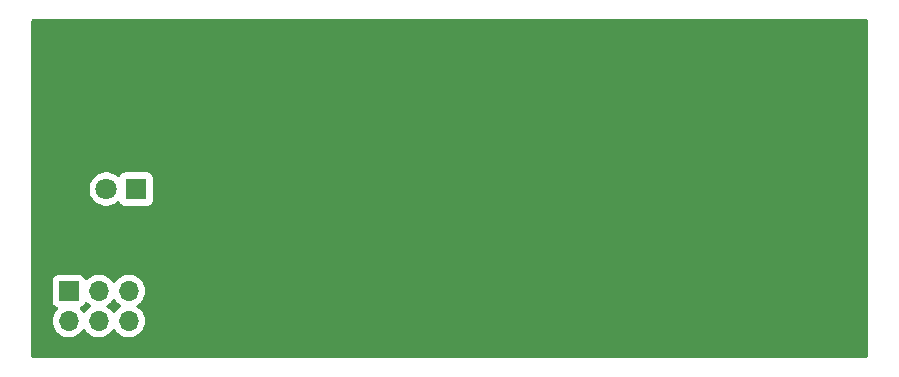
<source format=gbr>
G04 #@! TF.GenerationSoftware,KiCad,Pcbnew,(6.99.0-2452-gdb4f2d9dd8)*
G04 #@! TF.CreationDate,2022-08-02T17:30:29-05:00*
G04 #@! TF.ProjectId,Blue Origin,426c7565-204f-4726-9967-696e2e6b6963,rev?*
G04 #@! TF.SameCoordinates,Original*
G04 #@! TF.FileFunction,Copper,L1,Top*
G04 #@! TF.FilePolarity,Positive*
%FSLAX46Y46*%
G04 Gerber Fmt 4.6, Leading zero omitted, Abs format (unit mm)*
G04 Created by KiCad (PCBNEW (6.99.0-2452-gdb4f2d9dd8)) date 2022-08-02 17:30:29*
%MOMM*%
%LPD*%
G01*
G04 APERTURE LIST*
G04 #@! TA.AperFunction,ComponentPad*
%ADD10R,1.800000X1.800000*%
G04 #@! TD*
G04 #@! TA.AperFunction,ComponentPad*
%ADD11C,1.800000*%
G04 #@! TD*
G04 #@! TA.AperFunction,ComponentPad*
%ADD12R,1.700000X1.700000*%
G04 #@! TD*
G04 #@! TA.AperFunction,ComponentPad*
%ADD13O,1.700000X1.700000*%
G04 #@! TD*
G04 APERTURE END LIST*
D10*
X108869999Y-60699999D03*
D11*
X106330000Y-60700000D03*
D12*
X103159999Y-69329999D03*
D13*
X103159999Y-71869999D03*
X105699999Y-69329999D03*
X105699999Y-71869999D03*
X108239999Y-69329999D03*
X108239999Y-71869999D03*
G04 #@! TA.AperFunction,NonConductor*
G36*
X104683439Y-70241388D02*
G01*
X104715755Y-70266638D01*
X104736526Y-70289201D01*
X104776760Y-70332906D01*
X104954424Y-70471189D01*
X104959005Y-70473668D01*
X104987680Y-70489186D01*
X105038071Y-70539199D01*
X105053423Y-70608516D01*
X105028863Y-70675129D01*
X104987681Y-70710813D01*
X104954424Y-70728811D01*
X104950313Y-70732010D01*
X104950311Y-70732012D01*
X104795861Y-70852227D01*
X104776760Y-70867094D01*
X104773228Y-70870931D01*
X104627806Y-71028899D01*
X104627803Y-71028903D01*
X104624278Y-71032732D01*
X104621427Y-71037096D01*
X104535483Y-71168643D01*
X104481479Y-71214732D01*
X104411132Y-71224307D01*
X104346774Y-71194330D01*
X104324517Y-71168643D01*
X104238573Y-71037096D01*
X104235722Y-71032732D01*
X104232197Y-71028903D01*
X104232194Y-71028899D01*
X104092525Y-70877180D01*
X104061104Y-70813515D01*
X104069091Y-70742969D01*
X104113949Y-70687940D01*
X104141191Y-70673787D01*
X104256204Y-70630889D01*
X104268536Y-70621658D01*
X104366050Y-70548659D01*
X104373261Y-70543261D01*
X104460889Y-70426204D01*
X104504998Y-70307944D01*
X104547545Y-70251108D01*
X104614065Y-70226297D01*
X104683439Y-70241388D01*
G37*
G04 #@! TD.AperFunction*
G04 #@! TA.AperFunction,NonConductor*
G36*
X107053226Y-70005670D02*
G01*
X107075483Y-70031357D01*
X107164278Y-70167268D01*
X107167803Y-70171097D01*
X107167806Y-70171101D01*
X107232511Y-70241388D01*
X107316760Y-70332906D01*
X107494424Y-70471189D01*
X107499005Y-70473668D01*
X107527680Y-70489186D01*
X107578071Y-70539199D01*
X107593423Y-70608516D01*
X107568863Y-70675129D01*
X107527681Y-70710813D01*
X107494424Y-70728811D01*
X107490313Y-70732010D01*
X107490311Y-70732012D01*
X107335861Y-70852227D01*
X107316760Y-70867094D01*
X107313228Y-70870931D01*
X107167806Y-71028899D01*
X107167803Y-71028903D01*
X107164278Y-71032732D01*
X107161427Y-71037096D01*
X107075483Y-71168643D01*
X107021479Y-71214732D01*
X106951132Y-71224307D01*
X106886774Y-71194330D01*
X106864517Y-71168643D01*
X106778573Y-71037096D01*
X106775722Y-71032732D01*
X106772197Y-71028903D01*
X106772194Y-71028899D01*
X106626772Y-70870931D01*
X106623240Y-70867094D01*
X106604139Y-70852227D01*
X106449689Y-70732012D01*
X106449687Y-70732010D01*
X106445576Y-70728811D01*
X106412320Y-70710814D01*
X106361929Y-70660801D01*
X106346577Y-70591484D01*
X106371137Y-70524871D01*
X106412320Y-70489186D01*
X106440995Y-70473668D01*
X106445576Y-70471189D01*
X106623240Y-70332906D01*
X106707489Y-70241388D01*
X106772194Y-70171101D01*
X106772197Y-70171097D01*
X106775722Y-70167268D01*
X106864517Y-70031357D01*
X106918521Y-69985268D01*
X106988868Y-69975693D01*
X107053226Y-70005670D01*
G37*
G04 #@! TD.AperFunction*
G04 #@! TA.AperFunction,NonConductor*
G36*
X170741621Y-46320502D02*
G01*
X170788114Y-46374158D01*
X170799500Y-46426500D01*
X170799500Y-74873500D01*
X170779498Y-74941621D01*
X170725842Y-74988114D01*
X170673500Y-74999500D01*
X100126500Y-74999500D01*
X100058379Y-74979498D01*
X100011886Y-74925842D01*
X100000500Y-74873500D01*
X100000500Y-71870000D01*
X101796844Y-71870000D01*
X101815436Y-72094368D01*
X101870704Y-72312616D01*
X101961140Y-72518791D01*
X101963990Y-72523153D01*
X101963992Y-72523157D01*
X101978701Y-72545670D01*
X102084278Y-72707268D01*
X102087803Y-72711097D01*
X102087806Y-72711101D01*
X102189360Y-72821417D01*
X102236760Y-72872906D01*
X102414424Y-73011189D01*
X102612426Y-73118342D01*
X102825365Y-73191444D01*
X102830499Y-73192301D01*
X102830504Y-73192302D01*
X103042294Y-73227643D01*
X103042296Y-73227643D01*
X103047431Y-73228500D01*
X103272569Y-73228500D01*
X103277704Y-73227643D01*
X103277706Y-73227643D01*
X103489496Y-73192302D01*
X103489501Y-73192301D01*
X103494635Y-73191444D01*
X103707574Y-73118342D01*
X103905576Y-73011189D01*
X104083240Y-72872906D01*
X104130640Y-72821417D01*
X104232194Y-72711101D01*
X104232197Y-72711097D01*
X104235722Y-72707268D01*
X104324517Y-72571357D01*
X104378521Y-72525268D01*
X104448868Y-72515693D01*
X104513226Y-72545670D01*
X104535483Y-72571357D01*
X104624278Y-72707268D01*
X104627803Y-72711097D01*
X104627806Y-72711101D01*
X104729360Y-72821417D01*
X104776760Y-72872906D01*
X104954424Y-73011189D01*
X105152426Y-73118342D01*
X105365365Y-73191444D01*
X105370499Y-73192301D01*
X105370504Y-73192302D01*
X105582294Y-73227643D01*
X105582296Y-73227643D01*
X105587431Y-73228500D01*
X105812569Y-73228500D01*
X105817704Y-73227643D01*
X105817706Y-73227643D01*
X106029496Y-73192302D01*
X106029501Y-73192301D01*
X106034635Y-73191444D01*
X106247574Y-73118342D01*
X106445576Y-73011189D01*
X106623240Y-72872906D01*
X106670640Y-72821417D01*
X106772194Y-72711101D01*
X106772197Y-72711097D01*
X106775722Y-72707268D01*
X106864517Y-72571357D01*
X106918521Y-72525268D01*
X106988868Y-72515693D01*
X107053226Y-72545670D01*
X107075483Y-72571357D01*
X107164278Y-72707268D01*
X107167803Y-72711097D01*
X107167806Y-72711101D01*
X107269360Y-72821417D01*
X107316760Y-72872906D01*
X107494424Y-73011189D01*
X107692426Y-73118342D01*
X107905365Y-73191444D01*
X107910499Y-73192301D01*
X107910504Y-73192302D01*
X108122294Y-73227643D01*
X108122296Y-73227643D01*
X108127431Y-73228500D01*
X108352569Y-73228500D01*
X108357704Y-73227643D01*
X108357706Y-73227643D01*
X108569496Y-73192302D01*
X108569501Y-73192301D01*
X108574635Y-73191444D01*
X108787574Y-73118342D01*
X108985576Y-73011189D01*
X109163240Y-72872906D01*
X109210640Y-72821417D01*
X109312194Y-72711101D01*
X109312197Y-72711097D01*
X109315722Y-72707268D01*
X109421299Y-72545670D01*
X109436008Y-72523157D01*
X109436010Y-72523153D01*
X109438860Y-72518791D01*
X109529296Y-72312616D01*
X109584564Y-72094368D01*
X109603156Y-71870000D01*
X109584564Y-71645632D01*
X109529296Y-71427384D01*
X109438860Y-71221209D01*
X109434629Y-71214732D01*
X109318573Y-71037096D01*
X109315722Y-71032732D01*
X109312197Y-71028903D01*
X109312194Y-71028899D01*
X109166772Y-70870931D01*
X109163240Y-70867094D01*
X109144139Y-70852227D01*
X108989689Y-70732012D01*
X108989687Y-70732010D01*
X108985576Y-70728811D01*
X108952320Y-70710814D01*
X108901929Y-70660801D01*
X108886577Y-70591484D01*
X108911137Y-70524871D01*
X108952320Y-70489186D01*
X108980995Y-70473668D01*
X108985576Y-70471189D01*
X109163240Y-70332906D01*
X109247489Y-70241388D01*
X109312194Y-70171101D01*
X109312197Y-70171097D01*
X109315722Y-70167268D01*
X109421299Y-70005670D01*
X109436008Y-69983157D01*
X109436010Y-69983153D01*
X109438860Y-69978791D01*
X109529296Y-69772616D01*
X109584564Y-69554368D01*
X109603156Y-69330000D01*
X109584564Y-69105632D01*
X109529296Y-68887384D01*
X109438860Y-68681209D01*
X109434629Y-68674732D01*
X109318573Y-68497096D01*
X109315722Y-68492732D01*
X109312197Y-68488903D01*
X109312194Y-68488899D01*
X109166772Y-68330931D01*
X109163240Y-68327094D01*
X108985576Y-68188811D01*
X108787574Y-68081658D01*
X108574635Y-68008556D01*
X108569501Y-68007699D01*
X108569496Y-68007698D01*
X108357706Y-67972357D01*
X108357704Y-67972357D01*
X108352569Y-67971500D01*
X108127431Y-67971500D01*
X108122296Y-67972357D01*
X108122294Y-67972357D01*
X107910504Y-68007698D01*
X107910499Y-68007699D01*
X107905365Y-68008556D01*
X107692426Y-68081658D01*
X107494424Y-68188811D01*
X107316760Y-68327094D01*
X107313228Y-68330931D01*
X107167806Y-68488899D01*
X107167803Y-68488903D01*
X107164278Y-68492732D01*
X107161427Y-68497096D01*
X107075483Y-68628643D01*
X107021479Y-68674732D01*
X106951132Y-68684307D01*
X106886774Y-68654330D01*
X106864517Y-68628643D01*
X106778573Y-68497096D01*
X106775722Y-68492732D01*
X106772197Y-68488903D01*
X106772194Y-68488899D01*
X106626772Y-68330931D01*
X106623240Y-68327094D01*
X106445576Y-68188811D01*
X106247574Y-68081658D01*
X106034635Y-68008556D01*
X106029501Y-68007699D01*
X106029496Y-68007698D01*
X105817706Y-67972357D01*
X105817704Y-67972357D01*
X105812569Y-67971500D01*
X105587431Y-67971500D01*
X105582296Y-67972357D01*
X105582294Y-67972357D01*
X105370504Y-68007698D01*
X105370499Y-68007699D01*
X105365365Y-68008556D01*
X105152426Y-68081658D01*
X104954424Y-68188811D01*
X104776760Y-68327094D01*
X104773228Y-68330931D01*
X104715755Y-68393362D01*
X104654901Y-68429933D01*
X104583937Y-68427798D01*
X104525392Y-68387636D01*
X104504998Y-68352056D01*
X104464038Y-68242239D01*
X104464037Y-68242237D01*
X104460889Y-68233796D01*
X104373261Y-68116739D01*
X104256204Y-68029111D01*
X104119201Y-67978011D01*
X104082295Y-67974043D01*
X104061988Y-67971860D01*
X104061985Y-67971860D01*
X104058638Y-67971500D01*
X102261362Y-67971500D01*
X102258015Y-67971860D01*
X102258012Y-67971860D01*
X102237705Y-67974043D01*
X102200799Y-67978011D01*
X102063796Y-68029111D01*
X101946739Y-68116739D01*
X101859111Y-68233796D01*
X101808011Y-68370799D01*
X101801500Y-68431362D01*
X101801500Y-70228638D01*
X101808011Y-70289201D01*
X101859111Y-70426204D01*
X101946739Y-70543261D01*
X101953950Y-70548659D01*
X102051465Y-70621658D01*
X102063796Y-70630889D01*
X102178808Y-70673787D01*
X102235642Y-70716333D01*
X102260453Y-70782853D01*
X102245361Y-70852227D01*
X102227475Y-70877180D01*
X102087806Y-71028899D01*
X102087803Y-71028903D01*
X102084278Y-71032732D01*
X102081427Y-71037096D01*
X101965372Y-71214732D01*
X101961140Y-71221209D01*
X101870704Y-71427384D01*
X101815436Y-71645632D01*
X101796844Y-71870000D01*
X100000500Y-71870000D01*
X100000500Y-60700000D01*
X104916673Y-60700000D01*
X104935949Y-60932626D01*
X104993251Y-61158907D01*
X105087016Y-61372669D01*
X105214686Y-61568083D01*
X105218211Y-61571912D01*
X105218214Y-61571916D01*
X105285741Y-61645269D01*
X105372780Y-61739818D01*
X105376891Y-61743018D01*
X105376898Y-61743024D01*
X105518732Y-61853418D01*
X105556983Y-61883190D01*
X105561564Y-61885669D01*
X105704942Y-61963261D01*
X105762273Y-61994287D01*
X105983049Y-62070080D01*
X105988183Y-62070937D01*
X105988188Y-62070938D01*
X106208151Y-62107643D01*
X106208154Y-62107643D01*
X106213288Y-62108500D01*
X106446712Y-62108500D01*
X106451846Y-62107643D01*
X106451849Y-62107643D01*
X106671812Y-62070938D01*
X106671817Y-62070937D01*
X106676951Y-62070080D01*
X106897727Y-61994287D01*
X106955059Y-61963261D01*
X107098436Y-61885669D01*
X107103017Y-61883190D01*
X107287220Y-61739818D01*
X107290747Y-61735986D01*
X107292248Y-61734605D01*
X107355914Y-61703185D01*
X107426459Y-61711174D01*
X107481487Y-61756034D01*
X107495638Y-61783274D01*
X107515961Y-61837759D01*
X107519111Y-61846204D01*
X107606739Y-61963261D01*
X107723796Y-62050889D01*
X107860799Y-62101989D01*
X107897705Y-62105957D01*
X107918012Y-62108140D01*
X107918015Y-62108140D01*
X107921362Y-62108500D01*
X109818638Y-62108500D01*
X109821985Y-62108140D01*
X109821988Y-62108140D01*
X109842295Y-62105957D01*
X109879201Y-62101989D01*
X110016204Y-62050889D01*
X110133261Y-61963261D01*
X110220889Y-61846204D01*
X110271989Y-61709201D01*
X110278500Y-61648638D01*
X110278500Y-59751362D01*
X110271989Y-59690799D01*
X110220889Y-59553796D01*
X110133261Y-59436739D01*
X110016204Y-59349111D01*
X109879201Y-59298011D01*
X109842295Y-59294043D01*
X109821988Y-59291860D01*
X109821985Y-59291860D01*
X109818638Y-59291500D01*
X107921362Y-59291500D01*
X107918015Y-59291860D01*
X107918012Y-59291860D01*
X107897705Y-59294043D01*
X107860799Y-59298011D01*
X107723796Y-59349111D01*
X107606739Y-59436739D01*
X107519111Y-59553796D01*
X107515963Y-59562237D01*
X107515961Y-59562241D01*
X107495638Y-59616726D01*
X107453091Y-59673561D01*
X107386571Y-59698371D01*
X107317197Y-59683279D01*
X107292248Y-59665395D01*
X107290747Y-59664014D01*
X107287220Y-59660182D01*
X107103017Y-59516810D01*
X106968383Y-59443950D01*
X106902312Y-59408194D01*
X106902309Y-59408193D01*
X106897727Y-59405713D01*
X106676951Y-59329920D01*
X106671817Y-59329063D01*
X106671812Y-59329062D01*
X106451849Y-59292357D01*
X106451846Y-59292357D01*
X106446712Y-59291500D01*
X106213288Y-59291500D01*
X106208154Y-59292357D01*
X106208151Y-59292357D01*
X105988188Y-59329062D01*
X105988183Y-59329063D01*
X105983049Y-59329920D01*
X105762273Y-59405713D01*
X105757691Y-59408193D01*
X105757688Y-59408194D01*
X105691617Y-59443950D01*
X105556983Y-59516810D01*
X105552872Y-59520009D01*
X105552870Y-59520011D01*
X105376898Y-59656976D01*
X105376892Y-59656981D01*
X105372780Y-59660182D01*
X105369248Y-59664019D01*
X105218214Y-59828084D01*
X105218211Y-59828088D01*
X105214686Y-59831917D01*
X105087016Y-60027331D01*
X104993251Y-60241093D01*
X104935949Y-60467374D01*
X104916673Y-60700000D01*
X100000500Y-60700000D01*
X100000500Y-46426500D01*
X100020502Y-46358379D01*
X100074158Y-46311886D01*
X100126500Y-46300500D01*
X170673500Y-46300500D01*
X170741621Y-46320502D01*
G37*
G04 #@! TD.AperFunction*
M02*

</source>
